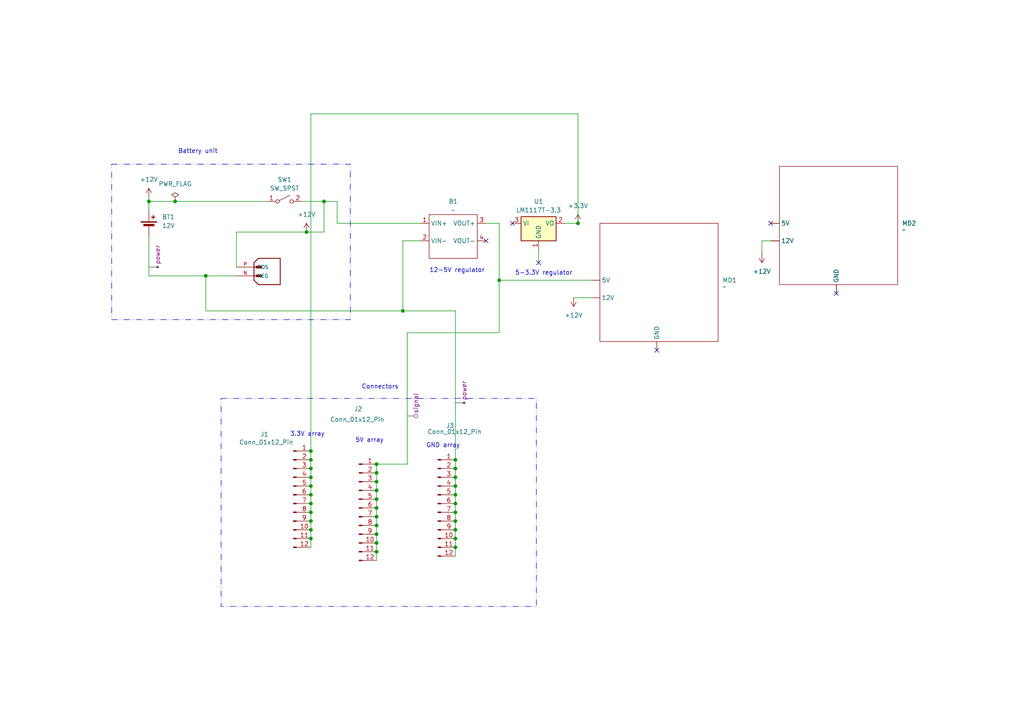
<source format=kicad_sch>
(kicad_sch (version 20231120) (generator "eeschema") (generator_version "8.0")
  (paper "A4")
  (lib_symbols
    (symbol "Connector:Conn_01x12_Pin" (pin_names (offset 1.016) hide)
      (property "Reference" "J" (at 0 15.24 0))
      (property "Value" "Conn_01x12_Pin" (at 0 -17.78 0))
      (symbol "Conn_01x12_Pin_1_1"
        (polyline (pts (xy 1.27 -15.24) (xy 0.8636 -15.24)) (stroke (width 0.1524)))
        (polyline (pts (xy 1.27 -12.7) (xy 0.8636 -12.7)) (stroke (width 0.1524)))
        (polyline (pts (xy 1.27 -10.16) (xy 0.8636 -10.16)) (stroke (width 0.1524)))
        (polyline (pts (xy 1.27 -7.62) (xy 0.8636 -7.62)) (stroke (width 0.1524)))
        (polyline (pts (xy 1.27 -5.08) (xy 0.8636 -5.08)) (stroke (width 0.1524)))
        (polyline (pts (xy 1.27 -2.54) (xy 0.8636 -2.54)) (stroke (width 0.1524)))
        (polyline (pts (xy 1.27 0) (xy 0.8636 0)) (stroke (width 0.1524)))
        (polyline (pts (xy 1.27 2.54) (xy 0.8636 2.54)) (stroke (width 0.1524)))
        (polyline (pts (xy 1.27 5.08) (xy 0.8636 5.08)) (stroke (width 0.1524)))
        (polyline (pts (xy 1.27 7.62) (xy 0.8636 7.62)) (stroke (width 0.1524)))
        (polyline (pts (xy 1.27 10.16) (xy 0.8636 10.16)) (stroke (width 0.1524)))
        (polyline (pts (xy 1.27 12.7) (xy 0.8636 12.7)) (stroke (width 0.1524)))
        (rectangle (start 0.8636 -15.113) (end 0 -15.367) (stroke (width 0.1524)) (fill (type outline)))
        (rectangle (start 0.8636 -12.573) (end 0 -12.827) (stroke (width 0.1524)) (fill (type outline)))
        (rectangle (start 0.8636 -10.033) (end 0 -10.287) (stroke (width 0.1524)) (fill (type outline)))
        (rectangle (start 0.8636 -7.493) (end 0 -7.747) (stroke (width 0.1524)) (fill (type outline)))
        (rectangle (start 0.8636 -4.953) (end 0 -5.207) (stroke (width 0.1524)) (fill (type outline)))
        (rectangle (start 0.8636 -2.413) (end 0 -2.667) (stroke (width 0.1524)) (fill (type outline)))
        (rectangle (start 0.8636 0.127) (end 0 -0.127) (stroke (width 0.1524)) (fill (type outline)))
        (rectangle (start 0.8636 2.667) (end 0 2.413) (stroke (width 0.1524)) (fill (type outline)))
        (rectangle (start 0.8636 5.207) (end 0 4.953) (stroke (width 0.1524)) (fill (type outline)))
        (rectangle (start 0.8636 7.747) (end 0 7.493) (stroke (width 0.1524)) (fill (type outline)))
        (rectangle (start 0.8636 10.287) (end 0 10.033) (stroke (width 0.1524)) (fill (type outline)))
        (rectangle (start 0.8636 12.827) (end 0 12.573) (stroke (width 0.1524)) (fill (type outline)))
        (pin passive line (at 5.08 12.7 180) (length 3.81) (name "Pin_1") (number "1"))
        (pin passive line (at 5.08 -10.16 180) (length 3.81) (name "Pin_10") (number "10"))
        (pin passive line (at 5.08 -12.7 180) (length 3.81) (name "Pin_11") (number "11"))
        (pin passive line (at 5.08 -15.24 180) (length 3.81) (name "Pin_12") (number "12"))
        (pin passive line (at 5.08 10.16 180) (length 3.81) (name "Pin_2") (number "2"))
        (pin passive line (at 5.08 7.62 180) (length 3.81) (name "Pin_3") (number "3"))
        (pin passive line (at 5.08 5.08 180) (length 3.81) (name "Pin_4") (number "4"))
        (pin passive line (at 5.08 2.54 180) (length 3.81) (name "Pin_5") (number "5"))
        (pin passive line (at 5.08 0 180) (length 3.81) (name "Pin_6") (number "6"))
        (pin passive line (at 5.08 -2.54 180) (length 3.81) (name "Pin_7") (number "7"))
        (pin passive line (at 5.08 -5.08 180) (length 3.81) (name "Pin_8") (number "8"))
        (pin passive line (at 5.08 -7.62 180) (length 3.81) (name "Pin_9") (number "9"))
      )
    )
    (symbol "Device:Battery_Cell" (pin_numbers hide) (pin_names (offset 0) hide)
      (property "Reference" "BT" (at 2.54 2.54 0))
      (property "Value" "Battery_Cell" (at 2.54 0 0))
      (symbol "Battery_Cell_0_1"
        (rectangle (start -2.286 1.778) (end 2.286 1.524) (fill (type outline)))
        (rectangle (start -1.524 1.016) (end 1.524 0.508) (fill (type outline)))
        (polyline (pts (xy 0 0.762) (xy 0 0)))
        (polyline (pts (xy 0 1.778) (xy 0 2.54)))
        (polyline (pts (xy 0.762 3.048) (xy 1.778 3.048)) (stroke (width 0.254)))
        (polyline (pts (xy 1.27 3.556) (xy 1.27 2.54)) (stroke (width 0.254)))
      )
      (symbol "Battery_Cell_1_1"
        (pin passive line (at 0 5.08 270) (length 2.54) (name "+") (number "1"))
        (pin passive line (at 0 -2.54 90) (length 2.54) (name "-") (number "2"))
      )
    )
    (symbol "My_L298N:M298N"
      (property "Reference" "MD" (at 0 0 0))
      (symbol "M298N_0_1"
        (rectangle (start -10.16 -2.54) (end 24.13 -36.83))
      )
      (symbol "M298N_1_1"
        (pin input line (at -12.7 -24.13 0) (length 2.54) (name "12V") (number ""))
        (pin input line (at -12.7 -19.05 0) (length 2.54) (name "5V") (number ""))
        (pin input line (at 6.35 -39.37 90) (length 2.54) (name "GND") (number ""))
      )
    )
    (symbol "Regulator_Linear:LM1117T-3.3"
      (property "Reference" "U" (at -3.81 3.175 0))
      (property "Value" "LM1117T-3.3" (at 0 3.175 0))
      (symbol "LM1117T-3.3_0_1"
        (rectangle (start -5.08 -5.08) (end 5.08 1.905) (stroke (width 0.254)) (fill (type background)))
      )
      (symbol "LM1117T-3.3_1_1"
        (pin power_in line (at 0 -7.62 90) (length 2.54) (name "GND") (number "1"))
        (pin power_out line (at 7.62 0 180) (length 2.54) (name "VO") (number "2"))
        (pin power_in line (at -7.62 0 0) (length 2.54) (name "VI") (number "3"))
      )
    )
    (symbol "Switch:SW_SPST" (pin_names (offset 0) hide)
      (property "Reference" "SW" (at 0 3.175 0))
      (property "Value" "SW_SPST" (at 0 -2.54 0))
      (symbol "SW_SPST_0_0"
        (circle (center -2.032 0) (radius 0.508))
        (polyline (pts (xy -1.524 0.254) (xy 1.524 1.778)))
        (circle (center 2.032 0) (radius 0.508))
      )
      (symbol "SW_SPST_1_1"
        (pin passive line (at -5.08 0 0) (length 2.54) (name "A") (number "1"))
        (pin passive line (at 5.08 0 180) (length 2.54) (name "B") (number "2"))
      )
    )
    (symbol "XT60-M:XT60-M" (pin_names (offset 1.016))
      (property "Reference" "J" (at 0 6.35 0))
      (property "Value" "XT60-M" (at 0 -5.08 0))
      (symbol "XT60-M_0_0"
        (polyline (pts (xy 0 -1.27) (xy 1.27 -2.54)) (stroke (width 0.254)))
        (polyline (pts (xy 0 0) (xy 1.905 0)) (stroke (width 0.254)))
        (polyline (pts (xy 0 2.54) (xy 0 -1.27)) (stroke (width 0.254)))
        (polyline (pts (xy 0 2.54) (xy 1.905 2.54)) (stroke (width 0.254)))
        (polyline (pts (xy 0 3.81) (xy 0 2.54)) (stroke (width 0.254)))
        (polyline (pts (xy 0 3.81) (xy 1.27 5.08)) (stroke (width 0.254)))
        (polyline (pts (xy 1.27 -2.54) (xy 7.62 -2.54)) (stroke (width 0.254)))
        (polyline (pts (xy 7.62 -2.54) (xy 7.62 5.08)) (stroke (width 0.254)))
        (polyline (pts (xy 7.62 5.08) (xy 1.27 5.08)) (stroke (width 0.254)))
        (rectangle (start 0.635 -0.3175) (end 2.2225 0.3175) (stroke (width 0.1)) (fill (type outline)))
        (rectangle (start 0.635 2.2225) (end 2.2225 2.8575) (stroke (width 0.1)) (fill (type outline)))
        (pin passive line (at -5.08 0 0) (length 5.08) (name "NEG") (number "N"))
        (pin passive line (at -5.08 2.54 0) (length 5.08) (name "POS") (number "P"))
      )
    )
    (symbol "buck:L2596"
      (property "Reference" "B" (at 0 0 0))
      (symbol "L2596_0_1"
        (rectangle (start -5.08 -2.54) (end 8.89 -15.24))
      )
      (symbol "L2596_1_1"
        (pin input line (at -7.62 -5.08 0) (length 2.54) (name "VIN+") (number "1"))
        (pin input line (at -7.62 -10.16 0) (length 2.54) (name "VIN-") (number "2"))
        (pin output line (at 11.43 -5.08 180) (length 2.54) (name "VOUT+") (number "3"))
        (pin output line (at 11.43 -10.16 180) (length 2.54) (name "VOUT-") (number "4"))
      )
    )
    (symbol "power:+12V" (power) (pin_numbers hide) (pin_names (offset 0) hide)
      (property "Value" "+12V" (at 0 3.556 0))
      (symbol "+12V_0_1"
        (polyline (pts (xy -0.762 1.27) (xy 0 2.54)))
        (polyline (pts (xy 0 0) (xy 0 2.54)))
        (polyline (pts (xy 0 2.54) (xy 0.762 1.27)))
      )
      (symbol "+12V_1_1"
        (pin power_in line (at 0 0 90) (length 0) (name "~") (number "1"))
      )
    )
    (symbol "power:+3.3V" (power) (pin_numbers hide) (pin_names (offset 0) hide)
      (property "Value" "+3.3V" (at 0 3.556 0))
      (symbol "+3.3V_0_1"
        (polyline (pts (xy -0.762 1.27) (xy 0 2.54)))
        (polyline (pts (xy 0 0) (xy 0 2.54)))
        (polyline (pts (xy 0 2.54) (xy 0.762 1.27)))
      )
      (symbol "+3.3V_1_1"
        (pin power_in line (at 0 0 90) (length 0) (name "~") (number "1"))
      )
    )
    (symbol "power:PWR_FLAG" (power) (pin_numbers hide) (pin_names (offset 0) hide)
      (property "Value" "PWR_FLAG" (at 0 3.81 0))
      (symbol "PWR_FLAG_0_0"
        (pin power_out line (at 0 0 90) (length 0) (name "~") (number "1"))
      )
      (symbol "PWR_FLAG_0_1"
        (polyline (pts (xy 0 0) (xy 0 1.27) (xy -1.016 1.905) (xy 0 2.54) (xy 1.016 1.905) (xy 0 1.27)))
      )
    )
  )
  (junction (at 59.69 80.01))
  (junction (at 43.18 58.42))
  (junction (at 116.84 90.17))
  (junction (at 50.8 58.42))
  (junction (at 90.17 151.13))
  (junction (at 132.08 143.51))
  (junction (at 109.22 152.4))
  (junction (at 132.08 153.67))
  (junction (at 132.08 156.21))
  (junction (at 132.08 138.43))
  (junction (at 109.22 144.78))
  (junction (at 90.17 148.59))
  (junction (at 109.22 134.62))
  (junction (at 90.17 135.89))
  (junction (at 132.08 135.89))
  (junction (at 109.22 149.86))
  (junction (at 90.17 153.67))
  (junction (at 132.08 146.05))
  (junction (at 109.22 154.94))
  (junction (at 88.9 67.31))
  (junction (at 90.17 156.21))
  (junction (at 109.22 137.16))
  (junction (at 90.17 138.43))
  (junction (at 109.22 139.7))
  (junction (at 90.17 140.97))
  (junction (at 144.78 81.28))
  (junction (at 90.17 143.51))
  (junction (at 90.17 130.81))
  (junction (at 132.08 133.35))
  (junction (at 109.22 157.48))
  (junction (at 132.08 151.13))
  (junction (at 132.08 140.97))
  (junction (at 109.22 147.32))
  (junction (at 132.08 158.75))
  (junction (at 93.98 58.42))
  (junction (at 109.22 160.02))
  (junction (at 167.64 64.77))
  (junction (at 90.17 146.05))
  (junction (at 90.17 133.35))
  (junction (at 109.22 142.24))
  (junction (at 132.08 148.59))
  (no_connect (at 190.5 101.6))
  (no_connect (at 156.21 76.2))
  (no_connect (at 223.52 64.77))
  (no_connect (at 140.97 69.85))
  (no_connect (at 148.59 64.77))
  (no_connect (at 242.57 85.09))
  (wire (pts (xy 90.17 140.97) (xy 90.17 143.51)))
  (wire (pts (xy 109.22 154.94) (xy 109.22 157.48)))
  (wire (pts (xy 43.18 80.01) (xy 59.69 80.01)))
  (wire (pts (xy 109.22 139.7) (xy 109.22 142.24)))
  (wire (pts (xy 167.64 33.02) (xy 167.64 64.77)))
  (wire (pts (xy 90.17 143.51) (xy 90.17 146.05)))
  (wire (pts (xy 59.69 90.17) (xy 59.69 80.01)))
  (wire (pts (xy 118.11 134.62) (xy 118.11 96.52)))
  (wire (pts (xy 223.52 69.85) (xy 220.98 69.85)))
  (wire (pts (xy 132.08 148.59) (xy 132.08 151.13)))
  (wire (pts (xy 132.08 140.97) (xy 132.08 143.51)))
  (wire (pts (xy 90.17 153.67) (xy 90.17 156.21)))
  (wire (pts (xy 163.83 64.77) (xy 167.64 64.77)))
  (wire (pts (xy 90.17 133.35) (xy 90.17 135.89)))
  (wire (pts (xy 132.08 135.89) (xy 132.08 138.43)))
  (wire (pts (xy 132.08 158.75) (xy 132.08 161.29)))
  (wire (pts (xy 116.84 69.85) (xy 116.84 90.17)))
  (wire (pts (xy 220.98 69.85) (xy 220.98 73.66)))
  (wire (pts (xy 109.22 134.62) (xy 118.11 134.62)))
  (wire (pts (xy 93.98 67.31) (xy 88.9 67.31)))
  (wire (pts (xy 97.79 64.77) (xy 97.79 58.42)))
  (wire (pts (xy 97.79 58.42) (xy 93.98 58.42)))
  (wire (pts (xy 43.18 58.42) (xy 50.8 58.42)))
  (wire (pts (xy 132.08 138.43) (xy 132.08 140.97)))
  (wire (pts (xy 59.69 80.01) (xy 68.58 80.01)))
  (wire (pts (xy 90.17 138.43) (xy 90.17 140.97)))
  (wire (pts (xy 132.08 143.51) (xy 132.08 146.05)))
  (wire (pts (xy 109.22 137.16) (xy 109.22 139.7)))
  (wire (pts (xy 68.58 67.31) (xy 68.58 77.47)))
  (wire (pts (xy 90.17 33.02) (xy 167.64 33.02)))
  (wire (pts (xy 109.22 152.4) (xy 109.22 154.94)))
  (wire (pts (xy 132.08 146.05) (xy 132.08 148.59)))
  (wire (pts (xy 121.92 64.77) (xy 97.79 64.77)))
  (wire (pts (xy 90.17 148.59) (xy 90.17 151.13)))
  (wire (pts (xy 144.78 81.28) (xy 144.78 64.77)))
  (wire (pts (xy 118.11 96.52) (xy 144.78 96.52)))
  (wire (pts (xy 144.78 81.28) (xy 171.45 81.28)))
  (wire (pts (xy 90.17 156.21) (xy 90.17 158.75)))
  (wire (pts (xy 156.21 72.39) (xy 156.21 76.2)))
  (wire (pts (xy 166.37 86.36) (xy 171.45 86.36)))
  (wire (pts (xy 121.92 69.85) (xy 116.84 69.85)))
  (wire (pts (xy 132.08 153.67) (xy 132.08 156.21)))
  (wire (pts (xy 144.78 96.52) (xy 144.78 81.28)))
  (wire (pts (xy 109.22 144.78) (xy 109.22 147.32)))
  (wire (pts (xy 90.17 130.81) (xy 90.17 133.35)))
  (wire (pts (xy 90.17 151.13) (xy 90.17 153.67)))
  (wire (pts (xy 88.9 67.31) (xy 68.58 67.31)))
  (wire (pts (xy 90.17 146.05) (xy 90.17 148.59)))
  (wire (pts (xy 109.22 147.32) (xy 109.22 149.86)))
  (wire (pts (xy 116.84 90.17) (xy 132.08 90.17)))
  (wire (pts (xy 132.08 156.21) (xy 132.08 158.75)))
  (wire (pts (xy 90.17 135.89) (xy 90.17 138.43)))
  (wire (pts (xy 43.18 58.42) (xy 43.18 60.96)))
  (wire (pts (xy 116.84 90.17) (xy 59.69 90.17)))
  (wire (pts (xy 109.22 134.62) (xy 109.22 137.16)))
  (wire (pts (xy 50.8 58.42) (xy 77.47 58.42)))
  (wire (pts (xy 132.08 133.35) (xy 132.08 135.89)))
  (wire (pts (xy 132.08 90.17) (xy 132.08 133.35)))
  (wire (pts (xy 132.08 151.13) (xy 132.08 153.67)))
  (wire (pts (xy 109.22 149.86) (xy 109.22 152.4)))
  (wire (pts (xy 43.18 68.58) (xy 43.18 80.01)))
  (wire (pts (xy 93.98 58.42) (xy 93.98 67.31)))
  (wire (pts (xy 87.63 58.42) (xy 93.98 58.42)))
  (wire (pts (xy 109.22 142.24) (xy 109.22 144.78)))
  (wire (pts (xy 109.22 160.02) (xy 109.22 162.56)))
  (wire (pts (xy 140.97 64.77) (xy 144.78 64.77)))
  (wire (pts (xy 43.18 57.15) (xy 43.18 58.42)))
  (wire (pts (xy 109.22 157.48) (xy 109.22 160.02)))
  (wire (pts (xy 90.17 130.81) (xy 90.17 33.02)))
  (rectangle (start 32.385 47.625) (end 101.6 92.71) (stroke (width 0) (type dash_dot_dot)))
  (rectangle (start 64.135 115.57) (end 155.575 175.895) (stroke (width 0) (type dash_dot_dot)))
  (text "5V array" (at 107.188 127.762 0) (effects (font (size 1.27 1.27))))
  (text "Connectors" (at 110.236 112.268 0) (effects (font (size 1.27 1.27))))
  (text "Battery unit" (at 57.404 43.942 0) (effects (font (size 1.27 1.27))))
  (text "5-3.3V regulator" (at 157.734 79.248 0) (effects (font (size 1.27 1.27))))
  (text "GND array" (at 128.524 129.286 0) (effects (font (size 1.27 1.27))))
  (text "3.3V array" (at 89.154 125.984 0) (effects (font (size 1.27 1.27))))
  (text "12-5V regulator" (at 132.588 78.486 0) (effects (font (size 1.27 1.27))))
  (netclass_flag "" (length 2.54) (shape dot) (at 43.18 77.47 270) (property "Netclass" "power" (at 45.72 76.7715 90) (effects (font (italic yes)) (justify left))))
  (netclass_flag "" (length 2.54) (shape dot) (at 132.08 116.84 270) (property "Netclass" "power" (at 134.62 116.1415 90) (effects (font (italic yes)) (justify left))))
  (netclass_flag "" (length 2.54) (shape round) (at 118.11 120.65 270) (property "Netclass" "signal" (at 120.65 119.9515 90) (effects (font (italic yes)) (justify left))))
  (symbol (lib_id "buck:L2596") (at 129.54 59.69 0) (unit 1)
    (property "Reference" "B1" (at 131.445 58.42 0))
    (property "Value" "~" (at 131.445 60.96 0))
    (property "Footprint" "buck_ft:YAAJ_DCDC_StepDown_LM2596" (effects (hide yes)))
  )
  (symbol (lib_id "Connector:Conn_01x12_Pin") (at 104.14 147.32 0) (unit 1)
    (property "Reference" "J2" (at 103.886 118.618 0))
    (property "Value" "Conn_01x12_Pin" (at 103.632 121.666 0))
    (property "Footprint" "12_pin_connector:TE_6-534237-0" (effects (hide yes)))
    (property "Description" "Generic connector, single row, 01x12, script generated" (effects (hide yes)))
  )
  (symbol (lib_id "power:+12V") (at 88.9 67.31 0) (unit 1)
    (property "Reference" "#PWR09" (effects (hide yes)))
    (property "Value" "+12V" (at 88.9 62.23 0))
    (property "Description" "Power symbol creates a global label with name \"+12V\"" (effects (hide yes)))
  )
  (symbol (lib_name "My_L298N:M298N") (lib_id "My_L298N:M298N") (at 236.22 45.72 0) (unit 1)
    (property "Reference" "MD2" (at 261.62 64.7699 0) (effects (justify left)))
    (property "Value" "~" (at 261.62 66.675 0) (effects (justify left)))
    (property "Footprint" "M298N:motor_driver_nex6" (effects (hide yes)))
  )
  (symbol (lib_id "power:+3.3V") (at 167.64 64.77 0) (unit 1)
    (property "Reference" "#PWR01" (effects (hide yes)))
    (property "Value" "+3.3V" (at 167.64 59.69 0))
    (property "Description" "Power symbol creates a global label with name \"+3.3V\"" (effects (hide yes)))
  )
  (symbol (lib_id "power:+12V") (at 43.18 57.15 0) (unit 1)
    (property "Reference" "#PWR05" (effects (hide yes)))
    (property "Value" "+12V" (at 43.18 52.07 0))
    (property "Description" "Power symbol creates a global label with name \"+12V\"" (effects (hide yes)))
  )
  (symbol (lib_id "Connector:Conn_01x12_Pin") (at 85.09 143.51 0) (unit 1)
    (property "Reference" "J1" (at 76.708 125.984 0))
    (property "Value" "Conn_01x12_Pin" (at 77.216 128.27 0))
    (property "Footprint" "12_pin_connector:TE_6-534237-0" (effects (hide yes)))
    (property "Description" "Generic connector, single row, 01x12, script generated" (effects (hide yes)))
  )
  (symbol (lib_id "Regulator_Linear:LM1117T-3.3") (at 156.21 64.77 0) (unit 1)
    (property "Reference" "U1" (at 156.21 58.42 0))
    (property "Value" "LM1117T-3.3" (at 156.21 60.96 0))
    (property "Footprint" "Package_TO_SOT_THT:TO-218-3_Vertical" (effects (hide yes)))
    (property "Datasheet" "http://www.ti.com/lit/ds/symlink/lm1117.pdf" (effects (hide yes)))
    (property "Description" "800mA Low-Dropout Linear Regulator, 3.3V fixed output, TO-220" (effects (hide yes)))
  )
  (symbol (lib_id "Device:Battery_Cell") (at 43.18 66.04 0) (unit 1)
    (property "Reference" "BT1" (at 46.99 62.9284 0) (effects (justify left)))
    (property "Value" "12V" (at 46.99 65.4684 0) (effects (justify left)))
    (property "Footprint" "Battery:BatteryHolder_Bulgin_BX0036_1xC" (effects (hide yes)))
    (property "Description" "Single-cell battery" (effects (hide yes)))
  )
  (symbol (lib_id "power:+12V") (at 166.37 86.36 180) (unit 1)
    (property "Reference" "#PWR06" (effects (hide yes)))
    (property "Value" "+12V" (at 166.37 91.44 0))
    (property "Description" "Power symbol creates a global label with name \"+12V\"" (effects (hide yes)))
  )
  (symbol (lib_id "power:+12V") (at 220.98 73.66 180) (unit 1)
    (property "Reference" "#PWR07" (effects (hide yes)))
    (property "Value" "+12V" (at 220.98 78.74 0))
    (property "Description" "Power symbol creates a global label with name \"+12V\"" (effects (hide yes)))
  )
  (symbol (lib_name "My_L298N:M298N") (lib_id "My_L298N:M298N") (at 184.15 62.23 0) (unit 1)
    (property "Reference" "MD1" (at 209.55 81.2799 0) (effects (justify left)))
    (property "Value" "~" (at 209.55 83.185 0) (effects (justify left)))
    (property "Footprint" "M298N:motor_driver_nex6" (effects (hide yes)))
  )
  (symbol (lib_id "XT60-M:XT60-M") (at 73.66 80.01 0) (unit 1)
    (property "Reference" "J0" (effects (hide yes)))
    (property "Value" "XT60-M" (effects (hide yes)))
    (property "Footprint" "xt60:AMASS_XT60-M" (effects (hide yes)))
    (property "MF" "AMASS" (effects (hide yes)))
    (property "MAXIMUM_PACKAGE_HEIGHT" "16.00 mm" (effects (hide yes)))
    (property "Package" "Package" (effects (hide yes)))
    (property "Price" "None" (effects (hide yes)))
    (property "Check_prices" "https://www.snapeda.com/parts/XT60-M/AMASS/view-part/?ref=eda" (effects (hide yes)))
    (property "STANDARD" "IPC 7351B" (effects (hide yes)))
    (property "PARTREV" "V1.2" (effects (hide yes)))
    (property "SnapEDA_Link" "https://www.snapeda.com/parts/XT60-M/AMASS/view-part/?ref=snap" (effects (hide yes)))
    (property "MP" "XT60-M" (effects (hide yes)))
    (property "Description_1" "\n                        \n                            Plug; DC supply; XT60; male; PIN: 2; for cable; soldered; 30A; 500V\n                        \n" (effects (hide yes)))
    (property "Availability" "Not in stock" (effects (hide yes)))
    (property "MANUFACTURER" "AMASS" (effects (hide yes)))
  )
  (symbol (lib_id "Switch:SW_SPST") (at 82.55 58.42 0) (unit 1)
    (property "Reference" "SW1" (at 82.55 52.07 0))
    (property "Value" "SW_SPST" (at 82.55 54.61 0))
    (property "Footprint" "Button_Switch_THT:SW_DIP_SPSTx01_Slide_9.78x4.72mm_W7.62mm_P2.54mm" (effects (hide yes)))
    (property "Description" "Single Pole Single Throw (SPST) switch" (effects (hide yes)))
  )
  (symbol (lib_id "power:PWR_FLAG") (at 50.8 58.42 0) (unit 1)
    (property "Reference" "#FLG02" (effects (hide yes)))
    (property "Value" "PWR_FLAG" (at 50.8 53.34 0))
    (property "Description" "Special symbol for telling ERC where power comes from" (effects (hide yes)))
  )
  (symbol (lib_id "Connector:Conn_01x12_Pin") (at 127 146.05 0) (unit 1)
    (property "Reference" "J3" (at 130.556 123.444 0))
    (property "Value" "Conn_01x12_Pin" (at 131.826 125.222 0))
    (property "Footprint" "12_pin_connector:TE_6-534237-0" (effects (hide yes)))
    (property "Description" "Generic connector, single row, 01x12, script generated" (effects (hide yes)))
  )
)
</source>
